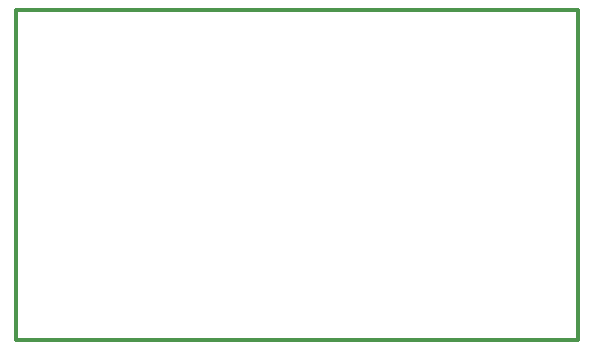
<source format=gbr>
G04 EasyPC Gerber Version 20.0.2 Build 4112 *
G04 #@! TF.Part,Single*
%FSLAX34Y34*%
%MOIN*%
%ADD78C,0.01200*%
X0Y0D02*
D02*
D78*
X60Y60D02*
X18810D01*
Y11060*
X60*
Y60*
X0Y0D02*
M02*

</source>
